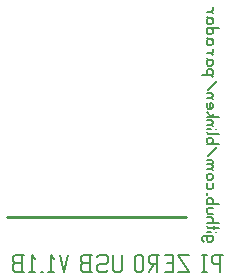
<source format=gbr>
G04 start of page 9 for group -4078 idx -4078 *
G04 Title: (unknown), bottomsilk *
G04 Creator: pcb 4.2.0 *
G04 CreationDate: Fri Mar 27 23:03:46 2020 UTC *
G04 For: blinken *
G04 Format: Gerber/RS-274X *
G04 PCB-Dimensions (mm): 65.00 56.00 *
G04 PCB-Coordinate-Origin: lower left *
%MOMM*%
%FSLAX43Y43*%
%LNBOTTOMSILK*%
%ADD61C,0.254*%
%ADD60C,0.150*%
G54D60*X19888Y31881D02*X19761Y32008D01*
X19888Y31627D02*Y31881D01*
X19761Y31500D02*X19888Y31627D01*
X19507Y31500D02*X19761D01*
X19507D02*X19380Y31627D01*
Y31881D01*
X19507Y32008D01*
X19126Y31500D02*X18999Y31627D01*
Y31881D01*
X19126Y32008D01*
X19888D01*
X20117Y32313D02*X20142D01*
X19380D02*X19761D01*
X19507Y32694D02*X20396D01*
X19507D02*X19380Y32821D01*
X20015Y32567D02*Y32821D01*
X19380Y33075D02*X20396D01*
X19761D02*X19888Y33202D01*
Y33456D01*
X19761Y33583D01*
X19380D02*X19761D01*
X19507Y33888D02*X19888D01*
X19507D02*X19380Y34015D01*
Y34269D01*
X19507Y34396D01*
X19888D01*
X19380Y34700D02*X20396D01*
X19507D02*X19380Y34827D01*
Y35081D01*
X19507Y35208D01*
X19761D01*
X19888Y35081D02*X19761Y35208D01*
X19888Y34827D02*Y35081D01*
X19761Y34700D02*X19888Y34827D01*
X19380Y35513D02*Y35640D01*
X19888Y36072D02*Y36453D01*
X19761Y35945D02*X19888Y36072D01*
X19507Y35945D02*X19761D01*
X19507D02*X19380Y36072D01*
Y36453D01*
X19507Y36758D02*X19761D01*
X19888Y36885D01*
Y37139D01*
X19761Y37266D01*
X19507D02*X19761D01*
X19380Y37139D02*X19507Y37266D01*
X19380Y36885D02*Y37139D01*
X19507Y36758D02*X19380Y36885D01*
Y37698D02*X19761D01*
X19888Y37825D01*
Y37952D01*
X19761Y38079D01*
X19380D02*X19761D01*
X19888Y38206D01*
Y38333D01*
X19761Y38460D01*
X19380D02*X19761D01*
X19888Y37571D02*X19761Y37698D01*
X19507Y38764D02*X20269Y39526D01*
X19380Y39831D02*X20396D01*
X19507D02*X19380Y39958D01*
Y40212D01*
X19507Y40339D01*
X19761D01*
X19888Y40212D02*X19761Y40339D01*
X19888Y39958D02*Y40212D01*
X19761Y39831D02*X19888Y39958D01*
X19507Y40644D02*X20396D01*
X19507D02*X19380Y40771D01*
X20117Y41025D02*X20142D01*
X19380D02*X19761D01*
X19380Y41406D02*X19761D01*
X19888Y41533D01*
Y41660D01*
X19761Y41787D01*
X19380D02*X19761D01*
X19888Y41279D02*X19761Y41406D01*
X19380Y42092D02*X20396D01*
X19761D02*X19380Y42473D01*
X19761Y42092D02*X20015Y42346D01*
X19380Y42905D02*Y43286D01*
X19507Y42778D02*X19380Y42905D01*
X19507Y42778D02*X19761D01*
X19888Y42905D01*
Y43159D01*
X19761Y43286D01*
X19634Y42778D02*Y43286D01*
X19761D01*
X19380Y43717D02*X19761D01*
X19888Y43844D01*
Y43971D01*
X19761Y44098D01*
X19380D02*X19761D01*
X19888Y43590D02*X19761Y43717D01*
X19507Y44403D02*X20269Y45165D01*
X18999Y45597D02*X19761D01*
X19888Y45470D02*X19761Y45597D01*
X19888Y45724D01*
Y45978D01*
X19761Y46105D01*
X19507D02*X19761D01*
X19380Y45978D02*X19507Y46105D01*
X19380Y45724D02*Y45978D01*
X19507Y45597D02*X19380Y45724D01*
X19888Y46791D02*X19761Y46918D01*
X19888Y46537D02*Y46791D01*
X19761Y46410D02*X19888Y46537D01*
X19507Y46410D02*X19761D01*
X19507D02*X19380Y46537D01*
X19507Y46918D02*X19888D01*
X19507D02*X19380Y47045D01*
Y46537D02*Y46791D01*
X19507Y46918D01*
X19380Y47477D02*X19761D01*
X19888Y47604D01*
Y47858D01*
Y47350D02*X19761Y47477D01*
X19888Y48543D02*X19761Y48670D01*
X19888Y48289D02*Y48543D01*
X19761Y48162D02*X19888Y48289D01*
X19507Y48162D02*X19761D01*
X19507D02*X19380Y48289D01*
X19507Y48670D02*X19888D01*
X19507D02*X19380Y48797D01*
Y48289D02*Y48543D01*
X19507Y48670D01*
X19380Y49610D02*X20396D01*
X19380Y49483D02*X19507Y49610D01*
X19380Y49229D02*Y49483D01*
X19507Y49102D02*X19380Y49229D01*
X19507Y49102D02*X19761D01*
X19888Y49229D01*
Y49483D01*
X19761Y49610D01*
X19888Y50296D02*X19761Y50423D01*
X19888Y50042D02*Y50296D01*
X19761Y49915D02*X19888Y50042D01*
X19507Y49915D02*X19761D01*
X19507D02*X19380Y50042D01*
X19507Y50423D02*X19888D01*
X19507D02*X19380Y50550D01*
Y50042D02*Y50296D01*
X19507Y50423D01*
X19380Y50982D02*X19761D01*
X19888Y51109D01*
Y51363D01*
Y50855D02*X19761Y50982D01*
X20517Y28921D02*Y30384D01*
X19968D02*X20700D01*
X19968D02*X19786Y30201D01*
Y29836D02*Y30201D01*
X19968Y29653D02*X19786Y29836D01*
X19968Y29653D02*X20517D01*
X18981Y30384D02*X19347D01*
X19164Y28921D02*Y30384D01*
X18981Y28921D02*X19347D01*
X16969Y30384D02*X17884D01*
Y28921D02*X16969Y30384D01*
Y28921D02*X17884D01*
X15982Y29726D02*X16530D01*
X15799Y28921D02*X16530D01*
Y30384D01*
X15799D02*X16530D01*
X14628D02*X15360D01*
X14628D02*X14445Y30201D01*
Y29836D02*Y30201D01*
X14628Y29653D02*X14445Y29836D01*
X14628Y29653D02*X15177D01*
Y28921D02*Y30384D01*
X14884Y29653D02*X14445Y28921D01*
X14007Y29104D02*Y30201D01*
X13824Y30384D01*
X13458D02*X13824D01*
X13458D02*X13275Y30201D01*
Y29104D02*Y30201D01*
X13458Y28921D02*X13275Y29104D01*
X13458Y28921D02*X13824D01*
X14007Y29104D02*X13824Y28921D01*
X12178Y29104D02*Y30384D01*
Y29104D02*X11995Y28921D01*
X11629D02*X11995D01*
X11629D02*X11446Y29104D01*
Y30384D01*
X10276D02*X10093Y30201D01*
X10276Y30384D02*X10824D01*
X11007Y30201D02*X10824Y30384D01*
X11007Y29836D02*Y30201D01*
Y29836D02*X10824Y29653D01*
X10276D02*X10824D01*
X10276D02*X10093Y29470D01*
Y29104D02*Y29470D01*
X10276Y28921D02*X10093Y29104D01*
X10276Y28921D02*X10824D01*
X11007Y29104D02*X10824Y28921D01*
X8923D02*X9654D01*
X8923D02*X8740Y29104D01*
Y29543D01*
X8923Y29726D02*X8740Y29543D01*
X8923Y29726D02*X9471D01*
Y28921D02*Y30384D01*
X8923D02*X9654D01*
X8923D02*X8740Y30201D01*
Y29909D02*Y30201D01*
X8923Y29726D02*X8740Y29909D01*
X7642Y30384D02*X7277Y28921D01*
X6911Y30384D01*
X6472Y30092D02*X6179Y30384D01*
Y28921D02*Y30384D01*
X5923Y28921D02*X6472D01*
X5301D02*X5484D01*
X4863Y30092D02*X4570Y30384D01*
Y28921D02*Y30384D01*
X4314Y28921D02*X4863D01*
X3144D02*X3875D01*
X3144D02*X2961Y29104D01*
Y29543D01*
X3144Y29726D02*X2961Y29543D01*
X3144Y29726D02*X3692D01*
Y28921D02*Y30384D01*
X3144D02*X3875D01*
X3144D02*X2961Y30201D01*
Y29909D02*Y30201D01*
X3144Y29726D02*X2961Y29909D01*
G54D61*X2450Y33650D02*X17650D01*
M02*

</source>
